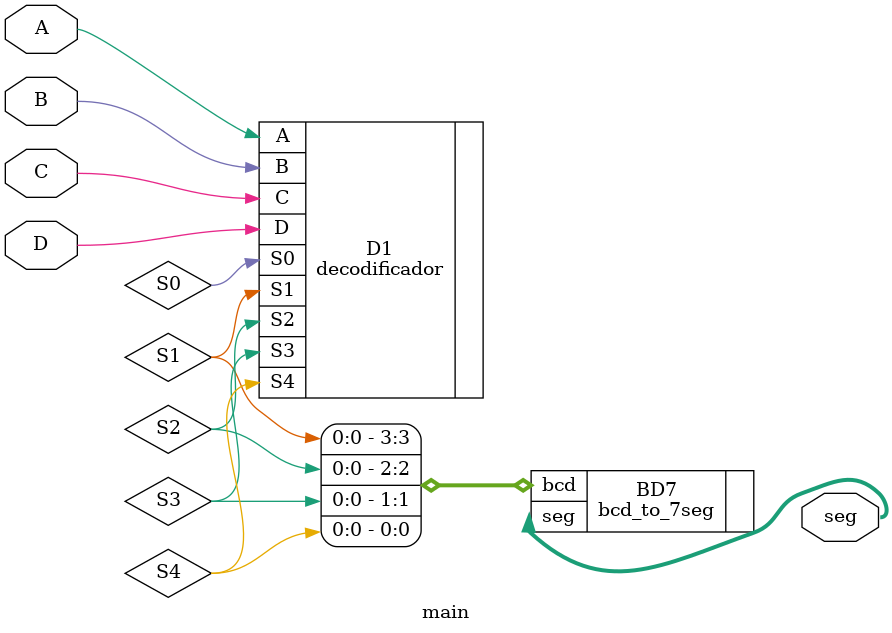
<source format=sv>
module main(A,B,C,D,seg);
	input logic A,B,C,D;
	output reg [6:0] seg;
	logic S0,S1,S2,S3,S4;
	
	decodificador D1(.A(A), .B(B), .C(C), .D(D), .S0(S0), .S1(S1), .S2(S2), .S3(S3), .S4(S4));
	
	bcd_to_7seg BD7(.bcd({S1,S2,S3,S4}),.seg(seg));
	
endmodule
</source>
